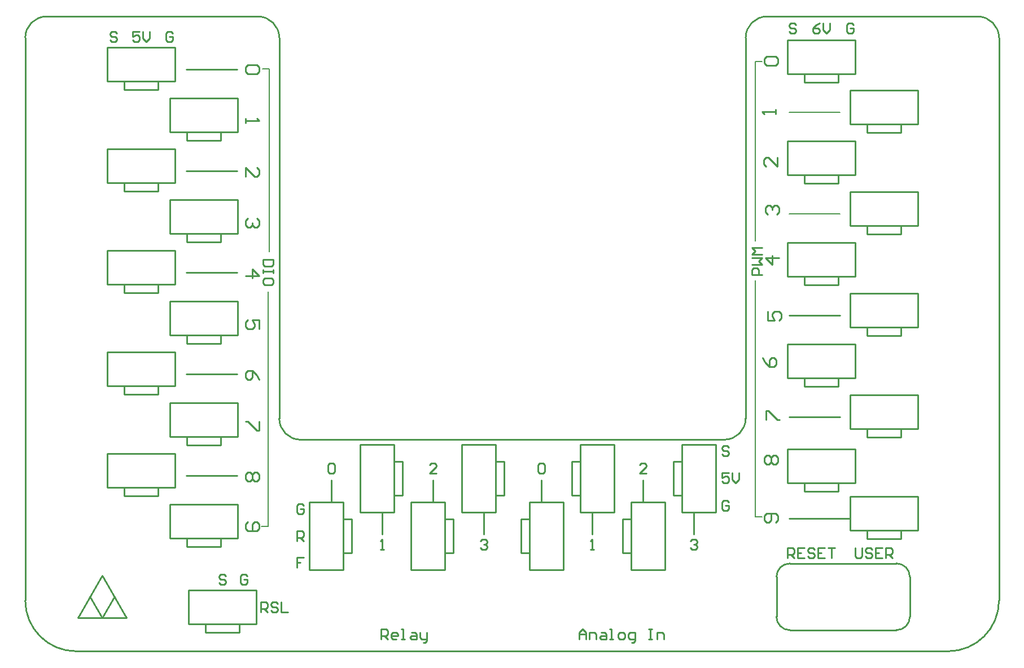
<source format=gto>
G04*
G04 #@! TF.GenerationSoftware,Altium Limited,Altium Designer,18.1.9 (240)*
G04*
G04 Layer_Color=65535*
%FSLAX44Y44*%
%MOMM*%
G71*
G01*
G75*
%ADD10C,0.2540*%
%ADD11C,0.2000*%
D10*
X535243Y175260D02*
Y208280D01*
X687643Y175260D02*
Y208280D01*
X850073Y175260D02*
Y208280D01*
X1002473Y175260D02*
Y208280D01*
X926273Y223520D02*
Y256540D01*
X773873Y223520D02*
Y256540D01*
X611443Y223520D02*
Y256540D01*
X459043Y223520D02*
Y256540D01*
X241300Y263841D02*
X317500D01*
X241300Y416241D02*
X317500D01*
X241300Y568641D02*
X317500D01*
X241300Y721041D02*
X317500D01*
X241300Y873441D02*
X317500D01*
X1145540Y199071D02*
X1236980Y199390D01*
X1145540Y351471D02*
X1221740D01*
X1145540Y503871D02*
X1221740D01*
X148590Y843026D02*
Y855726D01*
Y843026D02*
X199390D01*
X224790Y855726D02*
Y906526D01*
X199390Y843026D02*
Y855726D01*
X123190D02*
Y906526D01*
X224790D01*
X123190Y855726D02*
X224790D01*
X242570Y766826D02*
Y779526D01*
Y766826D02*
X293370D01*
X318770Y779526D02*
Y830326D01*
X293370Y766826D02*
Y779526D01*
X217170D02*
Y830326D01*
X318770D01*
X217170Y779526D02*
X318770D01*
X148590Y690626D02*
Y703326D01*
Y690626D02*
X199390D01*
X224790Y703326D02*
Y754126D01*
X199390Y690626D02*
Y703326D01*
X123190D02*
Y754126D01*
X224790D01*
X123190Y703326D02*
X224790D01*
X242570Y614426D02*
Y627126D01*
Y614426D02*
X293370D01*
X318770Y627126D02*
Y677926D01*
X293370Y614426D02*
Y627126D01*
X217170D02*
Y677926D01*
X318770D01*
X217170Y627126D02*
X318770D01*
X148590Y538226D02*
Y550926D01*
Y538226D02*
X199390D01*
X224790Y550926D02*
Y601726D01*
X199390Y538226D02*
Y550926D01*
X123190D02*
Y601726D01*
X224790D01*
X123190Y550926D02*
X224790D01*
X242570Y462026D02*
Y474726D01*
Y462026D02*
X293370D01*
X318770Y474726D02*
Y525526D01*
X293370Y462026D02*
Y474726D01*
X217170D02*
Y525526D01*
X318770D01*
X217170Y474726D02*
X318770D01*
X148590Y385826D02*
Y398526D01*
Y385826D02*
X199390D01*
X224790Y398526D02*
Y449326D01*
X199390Y385826D02*
Y398526D01*
X123190D02*
Y449326D01*
X224790D01*
X123190Y398526D02*
X224790D01*
X242570Y309626D02*
Y322326D01*
Y309626D02*
X293370D01*
X318770Y322326D02*
Y373126D01*
X293370Y309626D02*
Y322326D01*
X217170D02*
Y373126D01*
X318770D01*
X217170Y322326D02*
X318770D01*
X148590Y233426D02*
Y246126D01*
Y233426D02*
X199390D01*
X224790Y246126D02*
Y296926D01*
X199390Y233426D02*
Y246126D01*
X123190D02*
Y296926D01*
X224790D01*
X123190Y246126D02*
X224790D01*
X242570Y157226D02*
Y169926D01*
Y157226D02*
X293370D01*
X318770Y169926D02*
Y220726D01*
X293370Y157226D02*
Y169926D01*
X217170D02*
Y220726D01*
X318770D01*
X217170Y169926D02*
X318770D01*
X270510Y27940D02*
Y40640D01*
Y27940D02*
X321310D01*
X346710Y40640D02*
Y91440D01*
X321310Y27940D02*
Y40640D01*
X245110D02*
Y91440D01*
X346710D01*
X245110Y40640D02*
X346710D01*
X476758Y147320D02*
X489458D01*
Y198120D01*
X425958Y223520D02*
X476758D01*
Y198120D02*
X489458D01*
X425958Y121920D02*
X476758D01*
X425958D02*
Y223520D01*
X476758Y121920D02*
Y223520D01*
X552958Y233680D02*
X565658D01*
Y284480D01*
X502158Y309880D02*
X552958D01*
Y284480D02*
X565658D01*
X502158Y208280D02*
X552958D01*
X502158D02*
Y309880D01*
X552958Y208280D02*
Y309880D01*
X629158Y147320D02*
X641858D01*
Y198120D01*
X578358Y223520D02*
X629158D01*
Y198120D02*
X641858D01*
X578358Y121920D02*
X629158D01*
X578358D02*
Y223520D01*
X629158Y121920D02*
Y223520D01*
X705358Y233680D02*
X718058D01*
Y284480D01*
X654558Y309880D02*
X705358D01*
Y284480D02*
X718058D01*
X654558Y208280D02*
X705358D01*
X654558D02*
Y309880D01*
X705358Y208280D02*
Y309880D01*
X743458Y198120D02*
X756158D01*
X743458Y147320D02*
Y198120D01*
X756158Y121920D02*
X806958D01*
X743458Y147320D02*
X756158D01*
Y223520D02*
X806958D01*
Y121920D02*
Y223520D01*
X756158Y121920D02*
Y223520D01*
X819658Y284480D02*
X832358D01*
X819658Y233680D02*
Y284480D01*
X832358Y208280D02*
X883158D01*
X819658Y233680D02*
X832358D01*
Y309880D02*
X883158D01*
Y208280D02*
Y309880D01*
X832358Y208280D02*
Y309880D01*
X895858Y198120D02*
X908558D01*
X895858Y147320D02*
Y198120D01*
X908558Y121920D02*
X959358D01*
X895858Y147320D02*
X908558D01*
Y223520D02*
X959358D01*
Y121920D02*
Y223520D01*
X908558Y121920D02*
Y223520D01*
X972058Y284480D02*
X984758D01*
X972058Y233680D02*
Y284480D01*
X984758Y208280D02*
X1035558D01*
X972058Y233680D02*
X984758D01*
Y309880D02*
X1035558D01*
Y208280D02*
Y309880D01*
X984758Y208280D02*
Y309880D01*
X1168400Y549656D02*
Y562356D01*
Y549656D02*
X1219200D01*
X1244600Y562356D02*
Y613156D01*
X1219200Y549656D02*
Y562356D01*
X1143000D02*
Y613156D01*
X1244600D01*
X1143000Y562356D02*
X1244600D01*
X1262380Y473456D02*
Y486156D01*
Y473456D02*
X1313180D01*
X1338580Y486156D02*
Y536956D01*
X1313180Y473456D02*
Y486156D01*
X1236980D02*
Y536956D01*
X1338580D01*
X1236980Y486156D02*
X1338580D01*
X1168400Y397256D02*
Y409956D01*
Y397256D02*
X1219200D01*
X1244600Y409956D02*
Y460756D01*
X1219200Y397256D02*
Y409956D01*
X1143000D02*
Y460756D01*
X1244600D01*
X1143000Y409956D02*
X1244600D01*
X1262380Y321056D02*
Y333756D01*
Y321056D02*
X1313180D01*
X1338580Y333756D02*
Y384556D01*
X1313180Y321056D02*
Y333756D01*
X1236980D02*
Y384556D01*
X1338580D01*
X1236980Y333756D02*
X1338580D01*
X1168400Y240030D02*
Y252730D01*
Y240030D02*
X1219200D01*
X1244600Y252730D02*
Y303530D01*
X1219200Y240030D02*
Y252730D01*
X1143000D02*
Y303530D01*
X1244600D01*
X1143000Y252730D02*
X1244600D01*
X1262380Y168656D02*
Y181356D01*
Y168656D02*
X1313180D01*
X1338580Y181356D02*
Y232156D01*
X1313180Y168656D02*
Y181356D01*
X1236980D02*
Y232156D01*
X1338580D01*
X1236980Y181356D02*
X1338580D01*
X1262380Y778256D02*
Y790956D01*
Y778256D02*
X1313180D01*
X1338580Y790956D02*
Y841756D01*
X1313180Y778256D02*
Y790956D01*
X1236980D02*
Y841756D01*
X1338580D01*
X1236980Y790956D02*
X1338580D01*
X1168400Y702056D02*
Y714756D01*
Y702056D02*
X1219200D01*
X1244600Y714756D02*
Y765556D01*
X1219200Y702056D02*
Y714756D01*
X1143000D02*
Y765556D01*
X1244600D01*
X1143000Y714756D02*
X1244600D01*
X1262380Y625856D02*
Y638556D01*
Y625856D02*
X1313180D01*
X1338580Y638556D02*
Y689356D01*
X1313180Y625856D02*
Y638556D01*
X1236980D02*
Y689356D01*
X1338580D01*
X1236980Y638556D02*
X1338580D01*
X1143000Y866140D02*
X1244600D01*
X1143000Y916940D02*
X1244600D01*
X1143000Y866140D02*
Y916940D01*
X1219200Y853440D02*
Y866140D01*
X1244600D02*
Y916940D01*
X1168400Y853440D02*
X1219200D01*
X1168400D02*
Y866140D01*
X115402Y50295D02*
X133733Y82045D01*
X97071D02*
X115402Y50295D01*
X78740D02*
X115402Y113795D01*
X152064Y50295D01*
X78740D02*
X152064D01*
X997395Y165096D02*
X999934Y167635D01*
X1005012D01*
X1007552Y165096D01*
Y162557D01*
X1005012Y160018D01*
X1002473D01*
X1005012D01*
X1007552Y157478D01*
Y154939D01*
X1005012Y152400D01*
X999934D01*
X997395Y154939D01*
X682564Y165096D02*
X685104Y167635D01*
X690182D01*
X692721Y165096D01*
Y162557D01*
X690182Y160018D01*
X687643D01*
X690182D01*
X692721Y157478D01*
Y154939D01*
X690182Y152400D01*
X685104D01*
X682564Y154939D01*
X931352Y266700D02*
X921195D01*
X931352Y276857D01*
Y279396D01*
X928812Y281935D01*
X923734D01*
X921195Y279396D01*
X616521Y266700D02*
X606365D01*
X616521Y276857D01*
Y279396D01*
X613982Y281935D01*
X608904D01*
X606365Y279396D01*
X847534Y152400D02*
X852612D01*
X850073D01*
Y167635D01*
X847534Y165096D01*
X532704Y152400D02*
X537782D01*
X535243D01*
Y167635D01*
X532704Y165096D01*
X768795Y279396D02*
X771334Y281935D01*
X776412D01*
X778952Y279396D01*
Y269239D01*
X776412Y266700D01*
X771334D01*
X768795Y269239D01*
Y279396D01*
X453965D02*
X456504Y281935D01*
X461582D01*
X464121Y279396D01*
Y269239D01*
X461582Y266700D01*
X456504D01*
X453965Y269239D01*
Y279396D01*
X1055367Y223516D02*
X1052828Y226055D01*
X1047749D01*
X1045210Y223516D01*
Y213359D01*
X1047749Y210820D01*
X1052828D01*
X1055367Y213359D01*
Y218438D01*
X1050288D01*
X1055367Y267965D02*
X1045210D01*
Y260347D01*
X1050288Y262887D01*
X1052828D01*
X1055367Y260347D01*
Y255269D01*
X1052828Y252730D01*
X1047749D01*
X1045210Y255269D01*
X1060445Y267965D02*
Y257808D01*
X1065523Y252730D01*
X1070602Y257808D01*
Y267965D01*
X1055367Y306066D02*
X1052828Y308605D01*
X1047749D01*
X1045210Y306066D01*
Y303527D01*
X1047749Y300987D01*
X1052828D01*
X1055367Y298448D01*
Y295909D01*
X1052828Y293370D01*
X1047749D01*
X1045210Y295909D01*
X417827Y218436D02*
X415288Y220975D01*
X410209D01*
X407670Y218436D01*
Y208279D01*
X410209Y205740D01*
X415288D01*
X417827Y208279D01*
Y213358D01*
X412748D01*
X407670Y165103D02*
Y180338D01*
X415288D01*
X417827Y177798D01*
Y172720D01*
X415288Y170181D01*
X407670D01*
X412748D02*
X417827Y165103D01*
Y140965D02*
X407670D01*
Y133348D01*
X412748D01*
X407670D01*
Y125730D01*
X332737Y113026D02*
X330197Y115565D01*
X325119D01*
X322580Y113026D01*
Y102869D01*
X325119Y100330D01*
X330197D01*
X332737Y102869D01*
Y107948D01*
X327658D01*
X300987Y113026D02*
X298447Y115565D01*
X293369D01*
X290830Y113026D01*
Y110487D01*
X293369Y107948D01*
X298447D01*
X300987Y105408D01*
Y102869D01*
X298447Y100330D01*
X293369D01*
X290830Y102869D01*
X1242057Y939796D02*
X1239518Y942335D01*
X1234439D01*
X1231900Y939796D01*
Y929639D01*
X1234439Y927100D01*
X1239518D01*
X1242057Y929639D01*
Y934717D01*
X1236978D01*
X1191261Y942335D02*
X1186182Y939796D01*
X1181104Y934717D01*
Y929639D01*
X1183643Y927100D01*
X1188722D01*
X1191261Y929639D01*
Y932178D01*
X1188722Y934717D01*
X1181104D01*
X1196339Y942335D02*
Y932178D01*
X1201417Y927100D01*
X1206496Y932178D01*
Y942335D01*
X1155697Y939796D02*
X1153158Y942335D01*
X1148079D01*
X1145540Y939796D01*
Y937257D01*
X1148079Y934717D01*
X1153158D01*
X1155697Y932178D01*
Y929639D01*
X1153158Y927100D01*
X1148079D01*
X1145540Y929639D01*
X137157Y927096D02*
X134618Y929635D01*
X129539D01*
X127000Y927096D01*
Y924557D01*
X129539Y922018D01*
X134618D01*
X137157Y919478D01*
Y916939D01*
X134618Y914400D01*
X129539D01*
X127000Y916939D01*
X220977Y927096D02*
X218438Y929635D01*
X213359D01*
X210820Y927096D01*
Y916939D01*
X213359Y914400D01*
X218438D01*
X220977Y916939D01*
Y922018D01*
X215898D01*
X171451Y929635D02*
X161294D01*
Y922018D01*
X166373Y924557D01*
X168912D01*
X171451Y922018D01*
Y916939D01*
X168912Y914400D01*
X163833D01*
X161294Y916939D01*
X176529Y929635D02*
Y919478D01*
X181607Y914400D01*
X186686Y919478D01*
Y929635D01*
X1125644Y193040D02*
X1129030Y196426D01*
Y203197D01*
X1125644Y206582D01*
X1112102D01*
X1108717Y203197D01*
Y196426D01*
X1112102Y193040D01*
X1115488D01*
X1118873Y196426D01*
Y206582D01*
X1112102Y280670D02*
X1108717Y284056D01*
Y290827D01*
X1112102Y294212D01*
X1115488D01*
X1118873Y290827D01*
X1122259Y294212D01*
X1125644D01*
X1129030Y290827D01*
Y284056D01*
X1125644Y280670D01*
X1122259D01*
X1118873Y284056D01*
X1115488Y280670D01*
X1112102D01*
X1118873Y284056D02*
Y290827D01*
X1111257Y347726D02*
Y361268D01*
X1114642D01*
X1128184Y347726D01*
X1131570D01*
X1106177Y440262D02*
X1109562Y433491D01*
X1116333Y426720D01*
X1123104D01*
X1126490Y430106D01*
Y436877D01*
X1123104Y440262D01*
X1119719D01*
X1116333Y436877D01*
Y426720D01*
X1113797Y510112D02*
Y496570D01*
X1123953D01*
X1120568Y503341D01*
Y506727D01*
X1123953Y510112D01*
X1130724D01*
X1134110Y506727D01*
Y499956D01*
X1130724Y496570D01*
X1130300Y590547D02*
X1109987D01*
X1120143Y580390D01*
Y593932D01*
X1113372Y655320D02*
X1109987Y658706D01*
Y665477D01*
X1113372Y668862D01*
X1116758D01*
X1120143Y665477D01*
Y662091D01*
Y665477D01*
X1123529Y668862D01*
X1126914D01*
X1130300Y665477D01*
Y658706D01*
X1126914Y655320D01*
X1127760Y740935D02*
Y727393D01*
X1114218Y740935D01*
X1110832D01*
X1107447Y737550D01*
Y730778D01*
X1110832Y727393D01*
X1125220Y806132D02*
Y812903D01*
Y809518D01*
X1104907D01*
X1108292Y806132D01*
X1112102Y879476D02*
X1108717Y882861D01*
Y889632D01*
X1112102Y893018D01*
X1125644D01*
X1129030Y889632D01*
Y882861D01*
X1125644Y879476D01*
X1112102D01*
X1244600Y154935D02*
Y142239D01*
X1247139Y139700D01*
X1252217D01*
X1254757Y142239D01*
Y154935D01*
X1269992Y152396D02*
X1267453Y154935D01*
X1262374D01*
X1259835Y152396D01*
Y149857D01*
X1262374Y147317D01*
X1267453D01*
X1269992Y144778D01*
Y142239D01*
X1267453Y139700D01*
X1262374D01*
X1259835Y142239D01*
X1285227Y154935D02*
X1275070D01*
Y139700D01*
X1285227D01*
X1275070Y147317D02*
X1280148D01*
X1290305Y139700D02*
Y154935D01*
X1297923D01*
X1300462Y152396D01*
Y147317D01*
X1297923Y144778D01*
X1290305D01*
X1295384D02*
X1300462Y139700D01*
X1143000D02*
Y154935D01*
X1150618D01*
X1153157Y152396D01*
Y147317D01*
X1150618Y144778D01*
X1143000D01*
X1148078D02*
X1153157Y139700D01*
X1168392Y154935D02*
X1158235D01*
Y139700D01*
X1168392D01*
X1158235Y147317D02*
X1163313D01*
X1183627Y152396D02*
X1181088Y154935D01*
X1176009D01*
X1173470Y152396D01*
Y149857D01*
X1176009Y147317D01*
X1181088D01*
X1183627Y144778D01*
Y142239D01*
X1181088Y139700D01*
X1176009D01*
X1173470Y142239D01*
X1198862Y154935D02*
X1188705D01*
Y139700D01*
X1198862D01*
X1188705Y147317D02*
X1193784D01*
X1203940Y154935D02*
X1214097D01*
X1209019D01*
Y139700D01*
X353060Y58420D02*
Y73655D01*
X360677D01*
X363217Y71116D01*
Y66038D01*
X360677Y63498D01*
X353060D01*
X358138D02*
X363217Y58420D01*
X378452Y71116D02*
X375913Y73655D01*
X370834D01*
X368295Y71116D01*
Y68577D01*
X370834Y66038D01*
X375913D01*
X378452Y63498D01*
Y60959D01*
X375913Y58420D01*
X370834D01*
X368295Y60959D01*
X383530Y73655D02*
Y58420D01*
X393687D01*
X333586Y194412D02*
X330200Y191027D01*
Y184256D01*
X333586Y180870D01*
X347128D01*
X350513Y184256D01*
Y191027D01*
X347128Y194412D01*
X343742D01*
X340357Y191027D01*
Y180870D01*
X347128Y268920D02*
X350513Y265534D01*
Y258763D01*
X347128Y255377D01*
X343742D01*
X340357Y258763D01*
X336971Y255377D01*
X333586D01*
X330200Y258763D01*
Y265534D01*
X333586Y268920D01*
X336971D01*
X340357Y265534D01*
X343742Y268920D01*
X347128D01*
X340357Y265534D02*
Y258763D01*
X350513Y345120D02*
Y331577D01*
X347128D01*
X333586Y345120D01*
X330200D01*
X350513Y407777D02*
X347128Y414548D01*
X340357Y421320D01*
X333586D01*
X330200Y417934D01*
Y411163D01*
X333586Y407777D01*
X336971D01*
X340357Y411163D01*
Y421320D01*
X350513Y483977D02*
Y497520D01*
X340357D01*
X343742Y490748D01*
Y487363D01*
X340357Y483977D01*
X333586D01*
X330200Y487363D01*
Y494134D01*
X333586Y497520D01*
X330200Y563563D02*
X350513D01*
X340357Y573720D01*
Y560177D01*
X347128Y649920D02*
X350513Y646534D01*
Y639763D01*
X347128Y636377D01*
X343742D01*
X340357Y639763D01*
Y643148D01*
Y639763D01*
X336971Y636377D01*
X333586D01*
X330200Y639763D01*
Y646534D01*
X333586Y649920D01*
X330200Y712577D02*
Y726120D01*
X343742Y712577D01*
X347128D01*
X350513Y715963D01*
Y722734D01*
X347128Y726120D01*
X330200Y799780D02*
Y793009D01*
Y796395D01*
X350513D01*
X347128Y799780D01*
Y880212D02*
X350513Y876827D01*
Y870056D01*
X347128Y866670D01*
X333586D01*
X330200Y870056D01*
Y876827D01*
X333586Y880212D01*
X347128D01*
X371851Y587685D02*
X356616D01*
Y580067D01*
X359155Y577528D01*
X369312D01*
X371851Y580067D01*
Y587685D01*
Y572450D02*
Y567372D01*
Y569911D01*
X356616D01*
Y572450D01*
Y567372D01*
X371851Y552136D02*
Y557215D01*
X369312Y559754D01*
X359155D01*
X356616Y557215D01*
Y552136D01*
X359155Y549597D01*
X369312D01*
X371851Y552136D01*
X1104900Y565150D02*
X1089665D01*
Y572767D01*
X1092204Y575307D01*
X1097282D01*
X1099822Y572767D01*
Y565150D01*
X1089665Y580385D02*
X1104900D01*
X1099822Y585463D01*
X1104900Y590542D01*
X1089665D01*
X1104900Y595620D02*
X1089665D01*
X1094743Y600699D01*
X1089665Y605777D01*
X1104900D01*
X830580Y17780D02*
Y27937D01*
X835658Y33015D01*
X840737Y27937D01*
Y17780D01*
Y25398D01*
X830580D01*
X845815Y17780D02*
Y27937D01*
X853433D01*
X855972Y25398D01*
Y17780D01*
X863589Y27937D02*
X868668D01*
X871207Y25398D01*
Y17780D01*
X863589D01*
X861050Y20319D01*
X863589Y22858D01*
X871207D01*
X876285Y17780D02*
X881364D01*
X878824D01*
Y33015D01*
X876285D01*
X891520Y17780D02*
X896599D01*
X899138Y20319D01*
Y25398D01*
X896599Y27937D01*
X891520D01*
X888981Y25398D01*
Y20319D01*
X891520Y17780D01*
X909295Y12702D02*
X911834D01*
X914373Y15241D01*
Y27937D01*
X906755D01*
X904216Y25398D01*
Y20319D01*
X906755Y17780D01*
X914373D01*
X934686Y33015D02*
X939765D01*
X937225D01*
Y17780D01*
X934686D01*
X939765D01*
X947382D02*
Y27937D01*
X955000D01*
X957539Y25398D01*
Y17780D01*
X533400D02*
Y33015D01*
X541017D01*
X543557Y30476D01*
Y25398D01*
X541017Y22858D01*
X533400D01*
X538478D02*
X543557Y17780D01*
X556253D02*
X551174D01*
X548635Y20319D01*
Y25398D01*
X551174Y27937D01*
X556253D01*
X558792Y25398D01*
Y22858D01*
X548635D01*
X563870Y17780D02*
X568949D01*
X566409D01*
Y33015D01*
X563870D01*
X579105Y27937D02*
X584184D01*
X586723Y25398D01*
Y17780D01*
X579105D01*
X576566Y20319D01*
X579105Y22858D01*
X586723D01*
X591801Y27937D02*
Y20319D01*
X594340Y17780D01*
X601958D01*
Y15241D01*
X599419Y12702D01*
X596880D01*
X601958Y17780D02*
Y27937D01*
X1112266Y952500D02*
G03*
X1080516Y920750I0J-31750D01*
G01*
X1326760Y111750D02*
G03*
X1306760Y131750I-20000J0D01*
G01*
Y31750D02*
G03*
X1326760Y51750I0J20000D01*
G01*
X1126760D02*
G03*
X1146760Y31750I20000J0D01*
G01*
Y131750D02*
G03*
X1126760Y111750I0J-20000D01*
G01*
X1460500Y920750D02*
G03*
X1428750Y952500I-31750J0D01*
G01*
X1048766Y317500D02*
G03*
X1080516Y349250I0J31750D01*
G01*
X381000D02*
G03*
X412750Y317500I31750J0D01*
G01*
X381000Y920750D02*
G03*
X349250Y952500I-31750J0D01*
G01*
X31750D02*
G03*
X0Y920750I0J-31750D01*
G01*
Y76200D02*
G03*
X76200Y0I76200J0D01*
G01*
X1384300D02*
G03*
X1460500Y76200I0J76200D01*
G01*
X76200Y0D02*
X1384300D01*
X0Y76200D02*
Y920750D01*
X31750Y952500D02*
X349250D01*
X381000Y920750D02*
X381000Y349250D01*
X412750Y317500D02*
X1048766D01*
X1080516Y349250D02*
Y920750D01*
X1112266Y952500D02*
X1428750D01*
X1460500Y76200D02*
Y920750D01*
X1146760Y131750D02*
X1306760D01*
X1326760Y51750D02*
Y111750D01*
X1146760Y31750D02*
X1306760D01*
X1126760Y51750D02*
Y111750D01*
D11*
X1094740Y885190D02*
X1104900D01*
X1094740Y615950D02*
Y885190D01*
Y201930D02*
Y556260D01*
Y201930D02*
X1104900D01*
X355600Y873760D02*
X365760D01*
X354330Y187706D02*
X364490D01*
X364490Y539750D02*
X364490Y187706D01*
X1145540Y656271D02*
X1221740D01*
X1145540Y808671D02*
X1221740Y808937D01*
X365760Y599440D02*
X365760Y873760D01*
M02*

</source>
